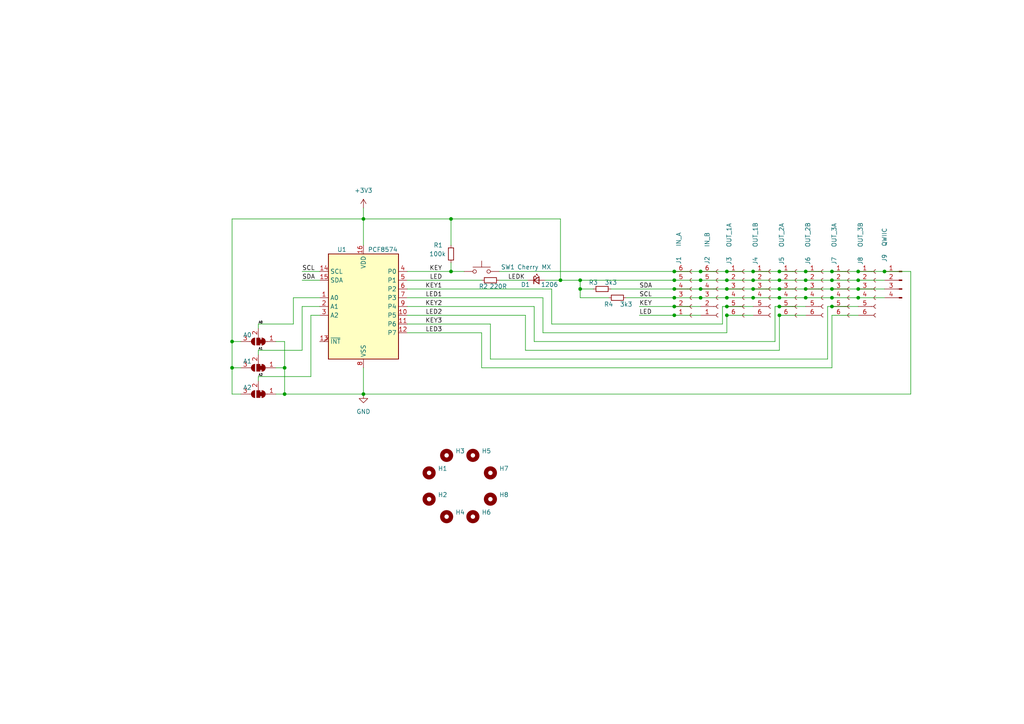
<source format=kicad_sch>
(kicad_sch (version 20211123) (generator eeschema)
  (paper "A4")
  (lib_symbols
    (symbol "Connector:Conn_01x04_Male" (pin_names (offset 1.016) hide)
      (property "Reference" "J" (at 0 5.08 0))
      (property "Value" "Conn_01x04_Male" (at 0 -7.62 0))
      (symbol "Conn_01x04_Male_1_1"
        (polyline (pts (xy 1.27 -5.08) (xy 0.8636 -5.08)) (stroke (width 0.1524)))
        (polyline (pts (xy 1.27 -2.54) (xy 0.8636 -2.54)) (stroke (width 0.1524)))
        (polyline (pts (xy 1.27 0) (xy 0.8636 0)) (stroke (width 0.1524)))
        (polyline (pts (xy 1.27 2.54) (xy 0.8636 2.54)) (stroke (width 0.1524)))
        (rectangle (start 0.8636 -4.953) (end 0 -5.207) (stroke (width 0.1524)) (fill (type outline)))
        (rectangle (start 0.8636 -2.413) (end 0 -2.667) (stroke (width 0.1524)) (fill (type outline)))
        (rectangle (start 0.8636 0.127) (end 0 -0.127) (stroke (width 0.1524)) (fill (type outline)))
        (rectangle (start 0.8636 2.667) (end 0 2.413) (stroke (width 0.1524)) (fill (type outline)))
        (pin passive line (at 5.08 2.54 180) (length 3.81) (name "Pin_1") (number "1"))
        (pin passive line (at 5.08 0 180) (length 3.81) (name "Pin_2") (number "2"))
        (pin passive line (at 5.08 -2.54 180) (length 3.81) (name "Pin_3") (number "3"))
        (pin passive line (at 5.08 -5.08 180) (length 3.81) (name "Pin_4") (number "4"))
      )
    )
    (symbol "Connector:Conn_01x06_Female" (pin_names (offset 1.016) hide)
      (property "Reference" "J" (at 0 7.62 0))
      (property "Value" "Conn_01x06_Female" (at 0 -10.16 0))
      (symbol "Conn_01x06_Female_1_1"
        (arc (start 0 -7.112) (mid -0.508 -7.62) (end 0 -8.128) (stroke (width 0.1524)))
        (arc (start 0 -4.572) (mid -0.508 -5.08) (end 0 -5.588) (stroke (width 0.1524)))
        (arc (start 0 -2.032) (mid -0.508 -2.54) (end 0 -3.048) (stroke (width 0.1524)))
        (polyline (pts (xy -1.27 -7.62) (xy -0.508 -7.62)) (stroke (width 0.1524)))
        (polyline (pts (xy -1.27 -5.08) (xy -0.508 -5.08)) (stroke (width 0.1524)))
        (polyline (pts (xy -1.27 -2.54) (xy -0.508 -2.54)) (stroke (width 0.1524)))
        (polyline (pts (xy -1.27 0) (xy -0.508 0)) (stroke (width 0.1524)))
        (polyline (pts (xy -1.27 2.54) (xy -0.508 2.54)) (stroke (width 0.1524)))
        (polyline (pts (xy -1.27 5.08) (xy -0.508 5.08)) (stroke (width 0.1524)))
        (arc (start 0 0.508) (mid -0.508 0) (end 0 -0.508) (stroke (width 0.1524)))
        (arc (start 0 3.048) (mid -0.508 2.54) (end 0 2.032) (stroke (width 0.1524)))
        (arc (start 0 5.588) (mid -0.508 5.08) (end 0 4.572) (stroke (width 0.1524)))
        (pin passive line (at -5.08 5.08 0) (length 3.81) (name "Pin_1") (number "1"))
        (pin passive line (at -5.08 2.54 0) (length 3.81) (name "Pin_2") (number "2"))
        (pin passive line (at -5.08 0 0) (length 3.81) (name "Pin_3") (number "3"))
        (pin passive line (at -5.08 -2.54 0) (length 3.81) (name "Pin_4") (number "4"))
        (pin passive line (at -5.08 -5.08 0) (length 3.81) (name "Pin_5") (number "5"))
        (pin passive line (at -5.08 -7.62 0) (length 3.81) (name "Pin_6") (number "6"))
      )
    )
    (symbol "Device:LED_Small" (pin_numbers hide) (pin_names (offset 0.254) hide)
      (property "Reference" "D" (at -1.27 3.175 0))
      (property "Value" "LED_Small" (at -4.445 -2.54 0))
      (symbol "LED_Small_0_1"
        (polyline (pts (xy -0.762 -1.016) (xy -0.762 1.016)) (stroke (width 0.254)))
        (polyline (pts (xy 1.016 0) (xy -0.762 0)))
        (polyline (pts (xy 0.762 -1.016) (xy -0.762 0) (xy 0.762 1.016) (xy 0.762 -1.016)) (stroke (width 0.254)))
        (polyline (pts (xy 0 0.762) (xy -0.508 1.27) (xy -0.254 1.27) (xy -0.508 1.27) (xy -0.508 1.016)))
        (polyline (pts (xy 0.508 1.27) (xy 0 1.778) (xy 0.254 1.778) (xy 0 1.778) (xy 0 1.524)))
      )
      (symbol "LED_Small_1_1"
        (pin passive line (at -2.54 0 0) (length 1.778) (name "K") (number "1"))
        (pin passive line (at 2.54 0 180) (length 1.778) (name "A") (number "2"))
      )
    )
    (symbol "Device:R_Small" (pin_numbers hide) (pin_names (offset 0.254) hide)
      (property "Reference" "R" (at 0.762 0.508 0))
      (property "Value" "R_Small" (at 0.762 -1.016 0))
      (symbol "R_Small_0_1"
        (rectangle (start -0.762 1.778) (end 0.762 -1.778) (stroke (width 0.2032)))
      )
      (symbol "R_Small_1_1"
        (pin passive line (at 0 2.54 270) (length 0.762) (name "~") (number "1"))
        (pin passive line (at 0 -2.54 90) (length 0.762) (name "~") (number "2"))
      )
    )
    (symbol "Interface_Expansion:PCF8574"
      (property "Reference" "U" (at -8.89 16.51 0))
      (property "Value" "PCF8574" (at 2.54 16.51 0))
      (symbol "PCF8574_0_1"
        (rectangle (start -10.16 15.24) (end 10.16 -15.24) (stroke (width 0.254)) (fill (type background)))
      )
      (symbol "PCF8574_1_1"
        (pin input line (at -12.7 2.54 0) (length 2.54) (name "A0") (number "1"))
        (pin bidirectional line (at 12.7 -2.54 180) (length 2.54) (name "P5") (number "10"))
        (pin bidirectional line (at 12.7 -5.08 180) (length 2.54) (name "P6") (number "11"))
        (pin bidirectional line (at 12.7 -7.62 180) (length 2.54) (name "P7") (number "12"))
        (pin open_collector output_low (at -12.7 -10.16 0) (length 2.54) (name "~{INT}") (number "13"))
        (pin input line (at -12.7 10.16 0) (length 2.54) (name "SCL") (number "14"))
        (pin bidirectional line (at -12.7 7.62 0) (length 2.54) (name "SDA") (number "15"))
        (pin power_in line (at 0 17.78 270) (length 2.54) (name "VDD") (number "16"))
        (pin input line (at -12.7 0 0) (length 2.54) (name "A1") (number "2"))
        (pin input line (at -12.7 -2.54 0) (length 2.54) (name "A2") (number "3"))
        (pin bidirectional line (at 12.7 10.16 180) (length 2.54) (name "P0") (number "4"))
        (pin bidirectional line (at 12.7 7.62 180) (length 2.54) (name "P1") (number "5"))
        (pin bidirectional line (at 12.7 5.08 180) (length 2.54) (name "P2") (number "6"))
        (pin bidirectional line (at 12.7 2.54 180) (length 2.54) (name "P3") (number "7"))
        (pin power_in line (at 0 -17.78 90) (length 2.54) (name "VSS") (number "8"))
        (pin bidirectional line (at 12.7 0 180) (length 2.54) (name "P4") (number "9"))
      )
    )
    (symbol "Jumper:SolderJumper_3_Bridged12" (pin_names (offset 0) hide)
      (property "Reference" "JP" (at -2.54 -2.54 0))
      (property "Value" "SolderJumper_3_Bridged12" (at 0 2.794 0))
      (symbol "SolderJumper_3_Bridged12_0_1"
        (rectangle (start -1.016 0.508) (end -0.508 -0.508) (fill (type outline)))
        (arc (start -1.016 1.016) (mid -2.032 0) (end -1.016 -1.016))
        (arc (start -1.016 1.016) (mid -2.032 0) (end -1.016 -1.016) (fill (type outline)))
        (rectangle (start -0.508 1.016) (end 0.508 -1.016) (fill (type outline)))
        (polyline (pts (xy -2.54 0) (xy -2.032 0)))
        (polyline (pts (xy -1.016 1.016) (xy -1.016 -1.016)))
        (polyline (pts (xy 0 -1.27) (xy 0 -1.016)))
        (polyline (pts (xy 1.016 1.016) (xy 1.016 -1.016)))
        (polyline (pts (xy 2.54 0) (xy 2.032 0)))
        (arc (start 1.016 -1.016) (mid 2.032 0) (end 1.016 1.016))
        (arc (start 1.016 -1.016) (mid 2.032 0) (end 1.016 1.016) (fill (type outline)))
      )
      (symbol "SolderJumper_3_Bridged12_1_1"
        (pin passive line (at -5.08 0 0) (length 2.54) (name "A") (number "1"))
        (pin passive line (at 0 -3.81 90) (length 2.54) (name "C") (number "2"))
        (pin passive line (at 5.08 0 180) (length 2.54) (name "B") (number "3"))
      )
    )
    (symbol "Mechanical:MountingHole" (pin_names (offset 1.016))
      (property "Reference" "H" (at 0 5.08 0))
      (property "Value" "MountingHole" (at 0 3.175 0))
      (symbol "MountingHole_0_1"
        (circle (center 0 0) (radius 1.27) (stroke (width 1.27)))
      )
    )
    (symbol "Switch:SW_Push" (pin_numbers hide) (pin_names (offset 1.016) hide)
      (property "Reference" "SW" (at 1.27 2.54 0))
      (property "Value" "SW_Push" (at 0 -1.524 0))
      (symbol "SW_Push_0_1"
        (circle (center -2.032 0) (radius 0.508))
        (polyline (pts (xy 0 1.27) (xy 0 3.048)))
        (polyline (pts (xy 2.54 1.27) (xy -2.54 1.27)))
        (circle (center 2.032 0) (radius 0.508))
        (pin passive line (at -5.08 0 0) (length 2.54) (name "1") (number "1"))
        (pin passive line (at 5.08 0 180) (length 2.54) (name "2") (number "2"))
      )
    )
    (symbol "power:+3V3" (power) (pin_names (offset 0))
      (property "Value" "+3V3" (at 0 3.556 0))
      (symbol "+3V3_0_1"
        (polyline (pts (xy -0.762 1.27) (xy 0 2.54)))
        (polyline (pts (xy 0 0) (xy 0 2.54)))
        (polyline (pts (xy 0 2.54) (xy 0.762 1.27)))
      )
      (symbol "+3V3_1_1"
        (pin power_in line (at 0 0 90) (length 0) hide (name "+3V3") (number "1"))
      )
    )
    (symbol "power:GND" (power) (pin_names (offset 0))
      (property "Value" "GND" (at 0 -3.81 0))
      (symbol "GND_0_1"
        (polyline (pts (xy 0 0) (xy 0 -1.27) (xy 1.27 -1.27) (xy 0 -2.54) (xy -1.27 -1.27) (xy 0 -1.27)))
      )
      (symbol "GND_1_1"
        (pin power_in line (at 0 0 270) (length 0) hide (name "GND") (number "1"))
      )
    )
  )
  (junction (at 210.82 86.36))
  (junction (at 226.06 86.36))
  (junction (at 218.44 78.74))
  (junction (at 210.82 81.28))
  (junction (at 203.2 78.74))
  (junction (at 248.92 78.74))
  (junction (at 105.41 114.3))
  (junction (at 105.41 63.5))
  (junction (at 233.68 81.28))
  (junction (at 226.06 78.74))
  (junction (at 233.68 86.36))
  (junction (at 130.81 78.74))
  (junction (at 203.2 81.28))
  (junction (at 226.06 88.9))
  (junction (at 130.81 63.5))
  (junction (at 241.3 78.74))
  (junction (at 233.68 78.74))
  (junction (at 210.82 78.74))
  (junction (at 226.06 83.82))
  (junction (at 195.58 78.74))
  (junction (at 248.92 83.82))
  (junction (at 210.82 88.9))
  (junction (at 203.2 83.82))
  (junction (at 248.92 81.28))
  (junction (at 195.58 88.9))
  (junction (at 168.275 81.28))
  (junction (at 195.58 91.44))
  (junction (at 241.3 81.28))
  (junction (at 203.2 86.36))
  (junction (at 241.3 86.36))
  (junction (at 82.55 114.3))
  (junction (at 256.54 78.74))
  (junction (at 210.82 91.44))
  (junction (at 248.92 86.36))
  (junction (at 67.31 106.68))
  (junction (at 218.44 81.28))
  (junction (at 233.68 83.82))
  (junction (at 162.56 81.28))
  (junction (at 168.275 83.82))
  (junction (at 195.58 83.82))
  (junction (at 226.06 81.28))
  (junction (at 195.58 81.28))
  (junction (at 195.58 86.36))
  (junction (at 82.55 106.68))
  (junction (at 67.31 99.06))
  (junction (at 218.44 83.82))
  (junction (at 226.06 91.44))
  (junction (at 241.3 88.9))
  (junction (at 210.82 83.82))
  (junction (at 241.3 83.82))
  (junction (at 218.44 86.36))
  (wire (pts (xy 168.275 81.28) (xy 195.58 81.28)))
  (wire (pts (xy 152.4 101.6) (xy 226.06 101.6)))
  (wire (pts (xy 195.58 91.44) (xy 203.2 91.44)))
  (wire (pts (xy 226.06 101.6) (xy 226.06 91.44)))
  (wire (pts (xy 154.94 99.06) (xy 224.79 99.06)))
  (wire (pts (xy 203.2 83.82) (xy 210.82 83.82)))
  (wire (pts (xy 176.53 86.36) (xy 168.275 86.36)))
  (wire (pts (xy 224.79 99.06) (xy 224.79 88.9)))
  (wire (pts (xy 210.82 81.28) (xy 218.44 81.28)))
  (wire (pts (xy 74.93 95.25) (xy 74.93 93.98)))
  (wire (pts (xy 172.085 83.82) (xy 168.275 83.82)))
  (wire (pts (xy 226.06 88.9) (xy 233.68 88.9)))
  (wire (pts (xy 195.58 78.74) (xy 203.2 78.74)))
  (wire (pts (xy 241.3 83.82) (xy 248.92 83.82)))
  (wire (pts (xy 224.79 88.9) (xy 226.06 88.9)))
  (wire (pts (xy 162.56 81.28) (xy 162.56 63.5)))
  (wire (pts (xy 130.81 76.2) (xy 130.81 78.74)))
  (wire (pts (xy 74.93 102.87) (xy 74.93 101.6)))
  (wire (pts (xy 118.11 93.98) (xy 142.24 93.98)))
  (wire (pts (xy 218.44 86.36) (xy 226.06 86.36)))
  (wire (pts (xy 210.82 91.44) (xy 218.44 91.44)))
  (wire (pts (xy 195.58 86.36) (xy 203.2 86.36)))
  (wire (pts (xy 67.31 99.06) (xy 67.31 106.68)))
  (wire (pts (xy 241.3 81.28) (xy 248.92 81.28)))
  (wire (pts (xy 160.02 93.98) (xy 209.55 93.98)))
  (wire (pts (xy 168.275 86.36) (xy 168.275 83.82)))
  (wire (pts (xy 90.17 91.44) (xy 90.17 109.22)))
  (wire (pts (xy 118.11 78.74) (xy 130.81 78.74)))
  (wire (pts (xy 264.16 78.74) (xy 256.54 78.74)))
  (wire (pts (xy 118.11 83.82) (xy 160.02 83.82)))
  (wire (pts (xy 226.06 81.28) (xy 218.44 81.28)))
  (wire (pts (xy 80.01 99.06) (xy 82.55 99.06)))
  (wire (pts (xy 74.93 93.98) (xy 85.09 93.98)))
  (wire (pts (xy 118.11 86.36) (xy 157.48 86.36)))
  (wire (pts (xy 67.31 106.68) (xy 69.85 106.68)))
  (wire (pts (xy 130.81 78.74) (xy 134.62 78.74)))
  (wire (pts (xy 241.3 91.44) (xy 248.92 91.44)))
  (wire (pts (xy 209.55 88.9) (xy 210.82 88.9)))
  (wire (pts (xy 185.42 91.44) (xy 195.58 91.44)))
  (wire (pts (xy 92.71 91.44) (xy 90.17 91.44)))
  (wire (pts (xy 158.115 81.28) (xy 162.56 81.28)))
  (wire (pts (xy 69.85 99.06) (xy 67.31 99.06)))
  (wire (pts (xy 87.63 78.74) (xy 92.71 78.74)))
  (wire (pts (xy 195.58 83.82) (xy 203.2 83.82)))
  (wire (pts (xy 218.44 78.74) (xy 210.82 78.74)))
  (wire (pts (xy 195.58 81.28) (xy 203.2 81.28)))
  (wire (pts (xy 241.3 86.36) (xy 248.92 86.36)))
  (wire (pts (xy 160.02 83.82) (xy 160.02 93.98)))
  (wire (pts (xy 248.92 81.28) (xy 256.54 81.28)))
  (wire (pts (xy 142.24 104.14) (xy 240.03 104.14)))
  (wire (pts (xy 240.03 88.9) (xy 241.3 88.9)))
  (wire (pts (xy 74.93 109.22) (xy 90.17 109.22)))
  (wire (pts (xy 144.78 78.74) (xy 195.58 78.74)))
  (wire (pts (xy 67.31 63.5) (xy 105.41 63.5)))
  (wire (pts (xy 118.11 88.9) (xy 154.94 88.9)))
  (wire (pts (xy 210.82 86.36) (xy 218.44 86.36)))
  (wire (pts (xy 162.56 81.28) (xy 168.275 81.28)))
  (wire (pts (xy 118.11 91.44) (xy 152.4 91.44)))
  (wire (pts (xy 210.82 78.74) (xy 203.2 78.74)))
  (wire (pts (xy 105.41 106.68) (xy 105.41 114.3)))
  (wire (pts (xy 233.68 83.82) (xy 241.3 83.82)))
  (wire (pts (xy 203.2 86.36) (xy 210.82 86.36)))
  (wire (pts (xy 226.06 78.74) (xy 218.44 78.74)))
  (wire (pts (xy 226.06 86.36) (xy 233.68 86.36)))
  (wire (pts (xy 210.82 88.9) (xy 218.44 88.9)))
  (wire (pts (xy 233.68 78.74) (xy 241.3 78.74)))
  (wire (pts (xy 118.11 96.52) (xy 139.7 96.52)))
  (wire (pts (xy 69.85 114.3) (xy 67.31 114.3)))
  (wire (pts (xy 152.4 91.44) (xy 152.4 101.6)))
  (wire (pts (xy 130.81 63.5) (xy 162.56 63.5)))
  (wire (pts (xy 241.3 78.74) (xy 248.92 78.74)))
  (wire (pts (xy 87.63 81.28) (xy 92.71 81.28)))
  (wire (pts (xy 130.81 63.5) (xy 130.81 71.12)))
  (wire (pts (xy 92.71 88.9) (xy 87.63 88.9)))
  (wire (pts (xy 233.68 81.28) (xy 241.3 81.28)))
  (wire (pts (xy 105.41 63.5) (xy 130.81 63.5)))
  (wire (pts (xy 74.93 101.6) (xy 87.63 101.6)))
  (wire (pts (xy 240.03 104.14) (xy 240.03 88.9)))
  (wire (pts (xy 118.11 81.28) (xy 139.7 81.28)))
  (wire (pts (xy 154.94 88.9) (xy 154.94 99.06)))
  (wire (pts (xy 195.58 88.9) (xy 203.2 88.9)))
  (wire (pts (xy 144.78 81.28) (xy 153.035 81.28)))
  (wire (pts (xy 85.09 93.98) (xy 85.09 86.36)))
  (wire (pts (xy 157.48 86.36) (xy 157.48 96.52)))
  (wire (pts (xy 105.41 114.3) (xy 264.16 114.3)))
  (wire (pts (xy 139.7 106.68) (xy 241.3 106.68)))
  (wire (pts (xy 210.82 83.82) (xy 218.44 83.82)))
  (wire (pts (xy 139.7 96.52) (xy 139.7 106.68)))
  (wire (pts (xy 218.44 83.82) (xy 226.06 83.82)))
  (wire (pts (xy 168.275 83.82) (xy 168.275 81.28)))
  (wire (pts (xy 82.55 99.06) (xy 82.55 106.68)))
  (wire (pts (xy 264.16 114.3) (xy 264.16 78.74)))
  (wire (pts (xy 105.41 60.325) (xy 105.41 63.5)))
  (wire (pts (xy 67.31 63.5) (xy 67.31 99.06)))
  (wire (pts (xy 233.68 86.36) (xy 241.3 86.36)))
  (wire (pts (xy 85.09 86.36) (xy 92.71 86.36)))
  (wire (pts (xy 226.06 91.44) (xy 233.68 91.44)))
  (wire (pts (xy 241.3 88.9) (xy 248.92 88.9)))
  (wire (pts (xy 209.55 93.98) (xy 209.55 88.9)))
  (wire (pts (xy 177.165 83.82) (xy 195.58 83.82)))
  (wire (pts (xy 241.3 106.68) (xy 241.3 91.44)))
  (wire (pts (xy 226.06 83.82) (xy 233.68 83.82)))
  (wire (pts (xy 248.92 83.82) (xy 256.54 83.82)))
  (wire (pts (xy 105.41 63.5) (xy 105.41 71.12)))
  (wire (pts (xy 82.55 114.3) (xy 105.41 114.3)))
  (wire (pts (xy 80.01 106.68) (xy 82.55 106.68)))
  (wire (pts (xy 157.48 96.52) (xy 210.82 96.52)))
  (wire (pts (xy 233.68 78.74) (xy 226.06 78.74)))
  (wire (pts (xy 203.2 81.28) (xy 210.82 81.28)))
  (wire (pts (xy 142.24 93.98) (xy 142.24 104.14)))
  (wire (pts (xy 74.93 110.49) (xy 74.93 109.22)))
  (wire (pts (xy 181.61 86.36) (xy 195.58 86.36)))
  (wire (pts (xy 248.92 86.36) (xy 256.54 86.36)))
  (wire (pts (xy 210.82 96.52) (xy 210.82 91.44)))
  (wire (pts (xy 87.63 88.9) (xy 87.63 101.6)))
  (wire (pts (xy 256.54 78.74) (xy 248.92 78.74)))
  (wire (pts (xy 226.06 81.28) (xy 233.68 81.28)))
  (wire (pts (xy 67.31 106.68) (xy 67.31 114.3)))
  (wire (pts (xy 185.42 88.9) (xy 195.58 88.9)))
  (wire (pts (xy 82.55 106.68) (xy 82.55 114.3)))
  (wire (pts (xy 80.01 114.3) (xy 82.55 114.3)))
  (label "LED2" (at 128.27 91.44 180))
  (label "LEDK" (at 147.32 81.28 0))
  (label "SCL" (at 185.42 86.36 0))
  (label "SDA" (at 87.63 81.28 0))
  (label "LED" (at 185.42 91.44 0))
  (label "SDA" (at 185.42 83.82 0))
  (label "KEY" (at 185.42 88.9 0))
  (label "LED1" (at 128.27 86.36 180))
  (label "KEY2" (at 128.27 88.9 180))
  (label "KEY1" (at 128.27 83.82 180))
  (label "A0" (at 74.93 93.98 0) (effects (font (size 0.63 0.63))))
  (label "A1" (at 74.93 101.6 0) (effects (font (size 0.63 0.63))))
  (label "KEY3" (at 128.27 93.98 180))
  (label "KEY" (at 128.27 78.74 180))
  (label "LED3" (at 128.27 96.52 180))
  (label "SCL" (at 87.63 78.74 0))
  (label "LED" (at 128.27 81.28 180))
  (label "A2" (at 74.93 109.22 0) (effects (font (size 0.63 0.63))))
  (symbol (lib_id "Mechanical:MountingHole") (at 129.54 132.08 0) (unit 1)
    (property "Reference" "H3" (at 132.08 130.8099 0) (effects (justify left)))
    (property "Value" "MountingHole" (effects hide))
    (property "Footprint" "MountingHole:MountingHole_2.1mm" (effects hide))
  )
  (symbol (lib_id "Connector:Conn_01x06_Female") (at 238.76 83.82 0) (unit 1)
    (property "Reference" "J6" (at 234.315 76.835 90) (effects (justify left)))
    (property "Value" "OUT_2B" (at 234.315 71.755 90) (effects (justify left)))
    (property "Footprint" "Connector_FFC-FPC:Molex_200528-0060_1x06-1MP_P1.00mm_Horizontal" (effects hide))
  )
  (symbol (lib_id "Device:R_Small") (at 179.07 86.36 90) (unit 1)
    (property "Reference" "R4" (at 176.53 88.265 90))
    (property "Value" "3k3" (at 181.61 88.265 90))
    (property "Footprint" "Resistor_SMD:R_0805_2012Metric" (effects hide))
  )
  (symbol (lib_id "Connector:Conn_01x06_Female") (at 246.38 83.82 0) (unit 1)
    (property "Reference" "J7" (at 241.935 76.835 90) (effects (justify left)))
    (property "Value" "OUT_3A" (at 241.935 71.755 90) (effects (justify left)))
    (property "Footprint" "Connector_FFC-FPC:Molex_200528-0060_1x06-1MP_P1.00mm_Horizontal" (effects hide))
  )
  (symbol (lib_id "Mechanical:MountingHole") (at 137.16 132.08 0) (unit 1)
    (property "Reference" "H5" (at 139.7 130.8099 0) (effects (justify left)))
    (property "Value" "MountingHole" (effects hide))
    (property "Footprint" "MountingHole:MountingHole_2.1mm" (effects hide))
  )
  (symbol (lib_id "Device:R_Small") (at 174.625 83.82 90) (mirror x) (unit 1)
    (property "Reference" "R3" (at 172.085 81.915 90))
    (property "Value" "3k3" (at 177.165 81.915 90))
    (property "Footprint" "Resistor_SMD:R_0805_2012Metric" (effects hide))
  )
  (symbol (lib_id "power:GND") (at 105.41 114.3 0) (unit 1)
    (property "Reference" "#PWR02" (effects hide))
    (property "Value" "GND" (at 105.41 119.38 0))
  )
  (symbol (lib_id "Switch:SW_Push") (at 139.7 78.74 0) (unit 1)
    (property "Reference" "SW1" (at 147.32 77.47 0))
    (property "Value" "Cherry MX" (at 154.94 77.47 0))
    (property "Footprint" "Kailh:SW_MX" (effects hide))
  )
  (symbol (lib_id "Connector:Conn_01x06_Female") (at 215.9 83.82 0) (unit 1)
    (property "Reference" "J3" (at 211.455 76.835 90) (effects (justify left)))
    (property "Value" "OUT_1A" (at 211.455 71.755 90) (effects (justify left)))
    (property "Footprint" "Connector_FFC-FPC:Molex_200528-0060_1x06-1MP_P1.00mm_Horizontal" (effects hide))
  )
  (symbol (lib_id "Connector:Conn_01x06_Female") (at 200.66 86.36 0) (mirror x) (unit 1)
    (property "Reference" "J1" (at 196.85 74.295 90) (effects (justify left)))
    (property "Value" "IN_A" (at 196.85 67.31 90) (effects (justify left)))
    (property "Footprint" "Connector_FFC-FPC:Molex_200528-0060_1x06-1MP_P1.00mm_Horizontal" (effects hide))
  )
  (symbol (lib_id "Device:R_Small") (at 142.24 81.28 90) (unit 1)
    (property "Reference" "R2" (at 140.208 83.058 90))
    (property "Value" "220R" (at 144.526 83.058 90))
    (property "Footprint" "Resistor_SMD:R_0805_2012Metric" (effects hide))
  )
  (symbol (lib_id "Device:LED_Small") (at 155.575 81.28 0) (unit 1)
    (property "Reference" "D1" (at 152.4 82.55 0))
    (property "Value" "1206" (at 159.385 82.55 0))
    (property "Footprint" "LED_SMD:LED_1206_3216Metric" (effects hide))
  )
  (symbol (lib_id "Connector:Conn_01x04_Male") (at 261.62 81.28 0) (mirror y) (unit 1)
    (property "Reference" "J9" (at 256.54 73.66 90) (effects (justify right)))
    (property "Value" "QWIIC" (at 256.54 66.04 90) (effects (justify right)))
    (property "Footprint" "Connector_JST:JST_SH_SM04B-SRSS-TB_1x04-1MP_P1.00mm_Horizontal" (effects hide))
  )
  (symbol (lib_id "Connector:Conn_01x06_Female") (at 208.28 86.36 0) (mirror x) (unit 1)
    (property "Reference" "J2" (at 205.105 74.295 90) (effects (justify left)))
    (property "Value" "IN_B" (at 205.105 67.31 90) (effects (justify left)))
    (property "Footprint" "Connector_FFC-FPC:Molex_200528-0060_1x06-1MP_P1.00mm_Horizontal" (effects hide))
  )
  (symbol (lib_id "Device:R_Small") (at 130.81 73.66 0) (unit 1)
    (property "Reference" "R1" (at 125.73 71.12 0) (effects (justify left)))
    (property "Value" "100k" (at 124.46 73.66 0) (effects (justify left)))
    (property "Footprint" "Resistor_SMD:R_0805_2012Metric" (effects hide))
  )
  (symbol (lib_id "power:+3V3") (at 105.41 60.325 0) (unit 1)
    (property "Reference" "#PWR01" (effects hide))
    (property "Value" "+3V3" (at 105.41 55.245 0))
  )
  (symbol (lib_id "Connector:Conn_01x06_Female") (at 254 83.82 0) (unit 1)
    (property "Reference" "J8" (at 249.555 76.835 90) (effects (justify left)))
    (property "Value" "OUT_3B" (at 249.555 71.755 90) (effects (justify left)))
    (property "Footprint" "Connector_FFC-FPC:Molex_200528-0060_1x06-1MP_P1.00mm_Horizontal" (effects hide))
  )
  (symbol (lib_id "Jumper:SolderJumper_3_Bridged12") (at 74.93 114.3 180) (unit 1)
    (property "Reference" "JP3" (effects hide))
    (property "Value" "A2" (at 71.755 112.395 0))
    (property "Footprint" "Jumper:SolderJumper-3_P1.3mm_Bridged12_RoundedPad1.0x1.5mm" (effects hide))
  )
  (symbol (lib_id "Connector:Conn_01x06_Female") (at 223.52 83.82 0) (unit 1)
    (property "Reference" "J4" (at 219.075 76.835 90) (effects (justify left)))
    (property "Value" "OUT_1B" (at 219.075 71.755 90) (effects (justify left)))
    (property "Footprint" "Connector_FFC-FPC:Molex_200528-0060_1x06-1MP_P1.00mm_Horizontal" (effects hide))
  )
  (symbol (lib_id "Mechanical:MountingHole") (at 124.46 144.78 0) (unit 1)
    (property "Reference" "H2" (at 127 143.5099 0) (effects (justify left)))
    (property "Value" "MountingHole" (effects hide))
    (property "Footprint" "MountingHole:MountingHole_2.1mm" (effects hide))
  )
  (symbol (lib_id "Mechanical:MountingHole") (at 129.54 149.86 0) (unit 1)
    (property "Reference" "H4" (at 132.08 148.5899 0) (effects (justify left)))
    (property "Value" "MountingHole" (effects hide))
    (property "Footprint" "MountingHole:MountingHole_2.1mm" (effects hide))
  )
  (symbol (lib_id "Mechanical:MountingHole") (at 142.24 137.16 0) (unit 1)
    (property "Reference" "H7" (at 144.78 135.8899 0) (effects (justify left)))
    (property "Value" "MountingHole" (effects hide))
    (property "Footprint" "MountingHole:MountingHole_2.1mm" (effects hide))
  )
  (symbol (lib_id "Jumper:SolderJumper_3_Bridged12") (at 74.93 99.06 180) (unit 1)
    (property "Reference" "JP1" (effects hide))
    (property "Value" "A0" (at 71.755 97.155 0))
    (property "Footprint" "Jumper:SolderJumper-3_P1.3mm_Bridged12_RoundedPad1.0x1.5mm" (effects hide))
  )
  (symbol (lib_id "Mechanical:MountingHole") (at 124.46 137.16 0) (unit 1)
    (property "Reference" "H1" (at 127 135.8899 0) (effects (justify left)))
    (property "Value" "MountingHole" (effects hide))
    (property "Footprint" "MountingHole:MountingHole_2.1mm" (effects hide))
  )
  (symbol (lib_id "Mechanical:MountingHole") (at 142.24 144.78 0) (unit 1)
    (property "Reference" "H8" (at 144.78 143.5099 0) (effects (justify left)))
    (property "Value" "MountingHole" (effects hide))
    (property "Footprint" "MountingHole:MountingHole_2.1mm" (effects hide))
  )
  (symbol (lib_id "Mechanical:MountingHole") (at 137.16 149.86 0) (unit 1)
    (property "Reference" "H6" (at 139.7 148.5899 0) (effects (justify left)))
    (property "Value" "MountingHole" (effects hide))
    (property "Footprint" "MountingHole:MountingHole_2.1mm" (effects hide))
  )
  (symbol (lib_id "Connector:Conn_01x06_Female") (at 231.14 83.82 0) (unit 1)
    (property "Reference" "J5" (at 226.695 76.835 90) (effects (justify left)))
    (property "Value" "OUT_2A" (at 226.695 71.755 90) (effects (justify left)))
    (property "Footprint" "Connector_FFC-FPC:Molex_200528-0060_1x06-1MP_P1.00mm_Horizontal" (effects hide))
  )
  (symbol (lib_id "Interface_Expansion:PCF8574") (at 105.41 88.9 0) (unit 1)
    (property "Reference" "U1" (at 97.79 72.39 0) (effects (justify left)))
    (property "Value" "PCF8574" (at 106.68 72.39 0) (effects (justify left)))
    (property "Footprint" "Package_SO:SOIC-16W_7.5x10.3mm_P1.27mm" (effects hide))
    (property "Datasheet" "http://www.nxp.com/documents/data_sheet/PCF8574_PCF8574A.pdf" (effects hide))
  )
  (symbol (lib_id "Jumper:SolderJumper_3_Bridged12") (at 74.93 106.68 180) (unit 1)
    (property "Reference" "JP2" (effects hide))
    (property "Value" "A1" (at 71.755 104.775 0))
    (property "Footprint" "Jumper:SolderJumper-3_P1.3mm_Bridged12_RoundedPad1.0x1.5mm" (effects hide))
  )
)
</source>
